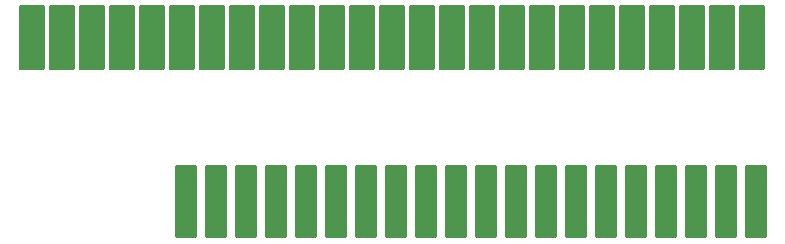
<source format=gbr>
%TF.GenerationSoftware,KiCad,Pcbnew,(5.1.10)-1*%
%TF.CreationDate,2022-06-29T17:52:34+09:00*%
%TF.ProjectId,DUB_with_Tono(ver1.0),4455425f-7769-4746-985f-546f6e6f2876,rev?*%
%TF.SameCoordinates,Original*%
%TF.FileFunction,Soldermask,Bot*%
%TF.FilePolarity,Negative*%
%FSLAX46Y46*%
G04 Gerber Fmt 4.6, Leading zero omitted, Abs format (unit mm)*
G04 Created by KiCad (PCBNEW (5.1.10)-1) date 2022-06-29 17:52:34*
%MOMM*%
%LPD*%
G01*
G04 APERTURE LIST*
G04 APERTURE END LIST*
%TO.C,DUB1*%
G36*
G01*
X116739500Y-100528600D02*
X116739500Y-95228600D01*
G75*
G02*
X116841100Y-95127000I101600J0D01*
G01*
X118841100Y-95127000D01*
G75*
G02*
X118942700Y-95228600I0J-101600D01*
G01*
X118942700Y-100528600D01*
G75*
G02*
X118841100Y-100630200I-101600J0D01*
G01*
X116841100Y-100630200D01*
G75*
G02*
X116739500Y-100528600I0J101600D01*
G01*
G37*
G36*
G01*
X119279500Y-100528600D02*
X119279500Y-95228600D01*
G75*
G02*
X119381100Y-95127000I101600J0D01*
G01*
X121381100Y-95127000D01*
G75*
G02*
X121482700Y-95228600I0J-101600D01*
G01*
X121482700Y-100528600D01*
G75*
G02*
X121381100Y-100630200I-101600J0D01*
G01*
X119381100Y-100630200D01*
G75*
G02*
X119279500Y-100528600I0J101600D01*
G01*
G37*
G36*
G01*
X121819500Y-100528600D02*
X121819500Y-95228600D01*
G75*
G02*
X121921100Y-95127000I101600J0D01*
G01*
X123921100Y-95127000D01*
G75*
G02*
X124022700Y-95228600I0J-101600D01*
G01*
X124022700Y-100528600D01*
G75*
G02*
X123921100Y-100630200I-101600J0D01*
G01*
X121921100Y-100630200D01*
G75*
G02*
X121819500Y-100528600I0J101600D01*
G01*
G37*
G36*
G01*
X124359500Y-100528600D02*
X124359500Y-95228600D01*
G75*
G02*
X124461100Y-95127000I101600J0D01*
G01*
X126461100Y-95127000D01*
G75*
G02*
X126562700Y-95228600I0J-101600D01*
G01*
X126562700Y-100528600D01*
G75*
G02*
X126461100Y-100630200I-101600J0D01*
G01*
X124461100Y-100630200D01*
G75*
G02*
X124359500Y-100528600I0J101600D01*
G01*
G37*
G36*
G01*
X126899500Y-100528600D02*
X126899500Y-95228600D01*
G75*
G02*
X127001100Y-95127000I101600J0D01*
G01*
X129001100Y-95127000D01*
G75*
G02*
X129102700Y-95228600I0J-101600D01*
G01*
X129102700Y-100528600D01*
G75*
G02*
X129001100Y-100630200I-101600J0D01*
G01*
X127001100Y-100630200D01*
G75*
G02*
X126899500Y-100528600I0J101600D01*
G01*
G37*
G36*
G01*
X129439500Y-100528600D02*
X129439500Y-95228600D01*
G75*
G02*
X129541100Y-95127000I101600J0D01*
G01*
X131541100Y-95127000D01*
G75*
G02*
X131642700Y-95228600I0J-101600D01*
G01*
X131642700Y-100528600D01*
G75*
G02*
X131541100Y-100630200I-101600J0D01*
G01*
X129541100Y-100630200D01*
G75*
G02*
X129439500Y-100528600I0J101600D01*
G01*
G37*
G36*
G01*
X131979500Y-100528600D02*
X131979500Y-95228600D01*
G75*
G02*
X132081100Y-95127000I101600J0D01*
G01*
X134081100Y-95127000D01*
G75*
G02*
X134182700Y-95228600I0J-101600D01*
G01*
X134182700Y-100528600D01*
G75*
G02*
X134081100Y-100630200I-101600J0D01*
G01*
X132081100Y-100630200D01*
G75*
G02*
X131979500Y-100528600I0J101600D01*
G01*
G37*
G36*
G01*
X134519500Y-100528600D02*
X134519500Y-95228600D01*
G75*
G02*
X134621100Y-95127000I101600J0D01*
G01*
X136621100Y-95127000D01*
G75*
G02*
X136722700Y-95228600I0J-101600D01*
G01*
X136722700Y-100528600D01*
G75*
G02*
X136621100Y-100630200I-101600J0D01*
G01*
X134621100Y-100630200D01*
G75*
G02*
X134519500Y-100528600I0J101600D01*
G01*
G37*
G36*
G01*
X137059500Y-100528600D02*
X137059500Y-95228600D01*
G75*
G02*
X137161100Y-95127000I101600J0D01*
G01*
X139161100Y-95127000D01*
G75*
G02*
X139262700Y-95228600I0J-101600D01*
G01*
X139262700Y-100528600D01*
G75*
G02*
X139161100Y-100630200I-101600J0D01*
G01*
X137161100Y-100630200D01*
G75*
G02*
X137059500Y-100528600I0J101600D01*
G01*
G37*
G36*
G01*
X139599500Y-100528600D02*
X139599500Y-95228600D01*
G75*
G02*
X139701100Y-95127000I101600J0D01*
G01*
X141701100Y-95127000D01*
G75*
G02*
X141802700Y-95228600I0J-101600D01*
G01*
X141802700Y-100528600D01*
G75*
G02*
X141701100Y-100630200I-101600J0D01*
G01*
X139701100Y-100630200D01*
G75*
G02*
X139599500Y-100528600I0J101600D01*
G01*
G37*
G36*
G01*
X142139500Y-100528600D02*
X142139500Y-95228600D01*
G75*
G02*
X142241100Y-95127000I101600J0D01*
G01*
X144241100Y-95127000D01*
G75*
G02*
X144342700Y-95228600I0J-101600D01*
G01*
X144342700Y-100528600D01*
G75*
G02*
X144241100Y-100630200I-101600J0D01*
G01*
X142241100Y-100630200D01*
G75*
G02*
X142139500Y-100528600I0J101600D01*
G01*
G37*
G36*
G01*
X144679500Y-100528600D02*
X144679500Y-95228600D01*
G75*
G02*
X144781100Y-95127000I101600J0D01*
G01*
X146781100Y-95127000D01*
G75*
G02*
X146882700Y-95228600I0J-101600D01*
G01*
X146882700Y-100528600D01*
G75*
G02*
X146781100Y-100630200I-101600J0D01*
G01*
X144781100Y-100630200D01*
G75*
G02*
X144679500Y-100528600I0J101600D01*
G01*
G37*
G36*
G01*
X147219500Y-100528600D02*
X147219500Y-95228600D01*
G75*
G02*
X147321100Y-95127000I101600J0D01*
G01*
X149321100Y-95127000D01*
G75*
G02*
X149422700Y-95228600I0J-101600D01*
G01*
X149422700Y-100528600D01*
G75*
G02*
X149321100Y-100630200I-101600J0D01*
G01*
X147321100Y-100630200D01*
G75*
G02*
X147219500Y-100528600I0J101600D01*
G01*
G37*
G36*
G01*
X149759500Y-100528600D02*
X149759500Y-95228600D01*
G75*
G02*
X149861100Y-95127000I101600J0D01*
G01*
X151861100Y-95127000D01*
G75*
G02*
X151962700Y-95228600I0J-101600D01*
G01*
X151962700Y-100528600D01*
G75*
G02*
X151861100Y-100630200I-101600J0D01*
G01*
X149861100Y-100630200D01*
G75*
G02*
X149759500Y-100528600I0J101600D01*
G01*
G37*
G36*
G01*
X152299500Y-100528600D02*
X152299500Y-95228600D01*
G75*
G02*
X152401100Y-95127000I101600J0D01*
G01*
X154401100Y-95127000D01*
G75*
G02*
X154502700Y-95228600I0J-101600D01*
G01*
X154502700Y-100528600D01*
G75*
G02*
X154401100Y-100630200I-101600J0D01*
G01*
X152401100Y-100630200D01*
G75*
G02*
X152299500Y-100528600I0J101600D01*
G01*
G37*
G36*
G01*
X154839500Y-100528600D02*
X154839500Y-95228600D01*
G75*
G02*
X154941100Y-95127000I101600J0D01*
G01*
X156941100Y-95127000D01*
G75*
G02*
X157042700Y-95228600I0J-101600D01*
G01*
X157042700Y-100528600D01*
G75*
G02*
X156941100Y-100630200I-101600J0D01*
G01*
X154941100Y-100630200D01*
G75*
G02*
X154839500Y-100528600I0J101600D01*
G01*
G37*
G36*
G01*
X157379500Y-100528600D02*
X157379500Y-95228600D01*
G75*
G02*
X157481100Y-95127000I101600J0D01*
G01*
X159481100Y-95127000D01*
G75*
G02*
X159582700Y-95228600I0J-101600D01*
G01*
X159582700Y-100528600D01*
G75*
G02*
X159481100Y-100630200I-101600J0D01*
G01*
X157481100Y-100630200D01*
G75*
G02*
X157379500Y-100528600I0J101600D01*
G01*
G37*
G36*
G01*
X159919500Y-100528600D02*
X159919500Y-95228600D01*
G75*
G02*
X160021100Y-95127000I101600J0D01*
G01*
X162021100Y-95127000D01*
G75*
G02*
X162122700Y-95228600I0J-101600D01*
G01*
X162122700Y-100528600D01*
G75*
G02*
X162021100Y-100630200I-101600J0D01*
G01*
X160021100Y-100630200D01*
G75*
G02*
X159919500Y-100528600I0J101600D01*
G01*
G37*
G36*
G01*
X162459500Y-100528600D02*
X162459500Y-95228600D01*
G75*
G02*
X162561100Y-95127000I101600J0D01*
G01*
X164561100Y-95127000D01*
G75*
G02*
X164662700Y-95228600I0J-101600D01*
G01*
X164662700Y-100528600D01*
G75*
G02*
X164561100Y-100630200I-101600J0D01*
G01*
X162561100Y-100630200D01*
G75*
G02*
X162459500Y-100528600I0J101600D01*
G01*
G37*
G36*
G01*
X164999500Y-100528600D02*
X164999500Y-95228600D01*
G75*
G02*
X165101100Y-95127000I101600J0D01*
G01*
X167101100Y-95127000D01*
G75*
G02*
X167202700Y-95228600I0J-101600D01*
G01*
X167202700Y-100528600D01*
G75*
G02*
X167101100Y-100630200I-101600J0D01*
G01*
X165101100Y-100630200D01*
G75*
G02*
X164999500Y-100528600I0J101600D01*
G01*
G37*
G36*
G01*
X167539500Y-100528600D02*
X167539500Y-95228600D01*
G75*
G02*
X167641100Y-95127000I101600J0D01*
G01*
X169641100Y-95127000D01*
G75*
G02*
X169742700Y-95228600I0J-101600D01*
G01*
X169742700Y-100528600D01*
G75*
G02*
X169641100Y-100630200I-101600J0D01*
G01*
X167641100Y-100630200D01*
G75*
G02*
X167539500Y-100528600I0J101600D01*
G01*
G37*
G36*
G01*
X170079500Y-100528600D02*
X170079500Y-95228600D01*
G75*
G02*
X170181100Y-95127000I101600J0D01*
G01*
X172181100Y-95127000D01*
G75*
G02*
X172282700Y-95228600I0J-101600D01*
G01*
X172282700Y-100528600D01*
G75*
G02*
X172181100Y-100630200I-101600J0D01*
G01*
X170181100Y-100630200D01*
G75*
G02*
X170079500Y-100528600I0J101600D01*
G01*
G37*
G36*
G01*
X172619500Y-100528600D02*
X172619500Y-95228600D01*
G75*
G02*
X172721100Y-95127000I101600J0D01*
G01*
X174721100Y-95127000D01*
G75*
G02*
X174822700Y-95228600I0J-101600D01*
G01*
X174822700Y-100528600D01*
G75*
G02*
X174721100Y-100630200I-101600J0D01*
G01*
X172721100Y-100630200D01*
G75*
G02*
X172619500Y-100528600I0J101600D01*
G01*
G37*
G36*
G01*
X175159500Y-100528600D02*
X175159500Y-95228600D01*
G75*
G02*
X175261100Y-95127000I101600J0D01*
G01*
X177261100Y-95127000D01*
G75*
G02*
X177362700Y-95228600I0J-101600D01*
G01*
X177362700Y-100528600D01*
G75*
G02*
X177261100Y-100630200I-101600J0D01*
G01*
X175261100Y-100630200D01*
G75*
G02*
X175159500Y-100528600I0J101600D01*
G01*
G37*
G36*
G01*
X177699500Y-100528600D02*
X177699500Y-95228600D01*
G75*
G02*
X177801100Y-95127000I101600J0D01*
G01*
X179801100Y-95127000D01*
G75*
G02*
X179902700Y-95228600I0J-101600D01*
G01*
X179902700Y-100528600D01*
G75*
G02*
X179801100Y-100630200I-101600J0D01*
G01*
X177801100Y-100630200D01*
G75*
G02*
X177699500Y-100528600I0J101600D01*
G01*
G37*
%TD*%
%TO.C,\u9060\u91CE1*%
G36*
G01*
X129971800Y-114734600D02*
X129971800Y-108734600D01*
G75*
G02*
X130073400Y-108633000I101600J0D01*
G01*
X131724400Y-108633000D01*
G75*
G02*
X131826000Y-108734600I0J-101600D01*
G01*
X131826000Y-114734600D01*
G75*
G02*
X131724400Y-114836200I-101600J0D01*
G01*
X130073400Y-114836200D01*
G75*
G02*
X129971800Y-114734600I0J101600D01*
G01*
G37*
G36*
G01*
X132511800Y-114734600D02*
X132511800Y-108734600D01*
G75*
G02*
X132613400Y-108633000I101600J0D01*
G01*
X134264400Y-108633000D01*
G75*
G02*
X134366000Y-108734600I0J-101600D01*
G01*
X134366000Y-114734600D01*
G75*
G02*
X134264400Y-114836200I-101600J0D01*
G01*
X132613400Y-114836200D01*
G75*
G02*
X132511800Y-114734600I0J101600D01*
G01*
G37*
G36*
G01*
X135051800Y-114734600D02*
X135051800Y-108734600D01*
G75*
G02*
X135153400Y-108633000I101600J0D01*
G01*
X136804400Y-108633000D01*
G75*
G02*
X136906000Y-108734600I0J-101600D01*
G01*
X136906000Y-114734600D01*
G75*
G02*
X136804400Y-114836200I-101600J0D01*
G01*
X135153400Y-114836200D01*
G75*
G02*
X135051800Y-114734600I0J101600D01*
G01*
G37*
G36*
G01*
X137591800Y-114734600D02*
X137591800Y-108734600D01*
G75*
G02*
X137693400Y-108633000I101600J0D01*
G01*
X139344400Y-108633000D01*
G75*
G02*
X139446000Y-108734600I0J-101600D01*
G01*
X139446000Y-114734600D01*
G75*
G02*
X139344400Y-114836200I-101600J0D01*
G01*
X137693400Y-114836200D01*
G75*
G02*
X137591800Y-114734600I0J101600D01*
G01*
G37*
G36*
G01*
X140131800Y-114734600D02*
X140131800Y-108734600D01*
G75*
G02*
X140233400Y-108633000I101600J0D01*
G01*
X141884400Y-108633000D01*
G75*
G02*
X141986000Y-108734600I0J-101600D01*
G01*
X141986000Y-114734600D01*
G75*
G02*
X141884400Y-114836200I-101600J0D01*
G01*
X140233400Y-114836200D01*
G75*
G02*
X140131800Y-114734600I0J101600D01*
G01*
G37*
G36*
G01*
X142671800Y-114734600D02*
X142671800Y-108734600D01*
G75*
G02*
X142773400Y-108633000I101600J0D01*
G01*
X144424400Y-108633000D01*
G75*
G02*
X144526000Y-108734600I0J-101600D01*
G01*
X144526000Y-114734600D01*
G75*
G02*
X144424400Y-114836200I-101600J0D01*
G01*
X142773400Y-114836200D01*
G75*
G02*
X142671800Y-114734600I0J101600D01*
G01*
G37*
G36*
G01*
X145211800Y-114734600D02*
X145211800Y-108734600D01*
G75*
G02*
X145313400Y-108633000I101600J0D01*
G01*
X146964400Y-108633000D01*
G75*
G02*
X147066000Y-108734600I0J-101600D01*
G01*
X147066000Y-114734600D01*
G75*
G02*
X146964400Y-114836200I-101600J0D01*
G01*
X145313400Y-114836200D01*
G75*
G02*
X145211800Y-114734600I0J101600D01*
G01*
G37*
G36*
G01*
X147751800Y-114734600D02*
X147751800Y-108734600D01*
G75*
G02*
X147853400Y-108633000I101600J0D01*
G01*
X149504400Y-108633000D01*
G75*
G02*
X149606000Y-108734600I0J-101600D01*
G01*
X149606000Y-114734600D01*
G75*
G02*
X149504400Y-114836200I-101600J0D01*
G01*
X147853400Y-114836200D01*
G75*
G02*
X147751800Y-114734600I0J101600D01*
G01*
G37*
G36*
G01*
X150291800Y-114734600D02*
X150291800Y-108734600D01*
G75*
G02*
X150393400Y-108633000I101600J0D01*
G01*
X152044400Y-108633000D01*
G75*
G02*
X152146000Y-108734600I0J-101600D01*
G01*
X152146000Y-114734600D01*
G75*
G02*
X152044400Y-114836200I-101600J0D01*
G01*
X150393400Y-114836200D01*
G75*
G02*
X150291800Y-114734600I0J101600D01*
G01*
G37*
G36*
G01*
X152831800Y-114734600D02*
X152831800Y-108734600D01*
G75*
G02*
X152933400Y-108633000I101600J0D01*
G01*
X154584400Y-108633000D01*
G75*
G02*
X154686000Y-108734600I0J-101600D01*
G01*
X154686000Y-114734600D01*
G75*
G02*
X154584400Y-114836200I-101600J0D01*
G01*
X152933400Y-114836200D01*
G75*
G02*
X152831800Y-114734600I0J101600D01*
G01*
G37*
G36*
G01*
X155371800Y-114734600D02*
X155371800Y-108734600D01*
G75*
G02*
X155473400Y-108633000I101600J0D01*
G01*
X157124400Y-108633000D01*
G75*
G02*
X157226000Y-108734600I0J-101600D01*
G01*
X157226000Y-114734600D01*
G75*
G02*
X157124400Y-114836200I-101600J0D01*
G01*
X155473400Y-114836200D01*
G75*
G02*
X155371800Y-114734600I0J101600D01*
G01*
G37*
G36*
G01*
X157911800Y-114734600D02*
X157911800Y-108734600D01*
G75*
G02*
X158013400Y-108633000I101600J0D01*
G01*
X159664400Y-108633000D01*
G75*
G02*
X159766000Y-108734600I0J-101600D01*
G01*
X159766000Y-114734600D01*
G75*
G02*
X159664400Y-114836200I-101600J0D01*
G01*
X158013400Y-114836200D01*
G75*
G02*
X157911800Y-114734600I0J101600D01*
G01*
G37*
G36*
G01*
X160451800Y-114734600D02*
X160451800Y-108734600D01*
G75*
G02*
X160553400Y-108633000I101600J0D01*
G01*
X162204400Y-108633000D01*
G75*
G02*
X162306000Y-108734600I0J-101600D01*
G01*
X162306000Y-114734600D01*
G75*
G02*
X162204400Y-114836200I-101600J0D01*
G01*
X160553400Y-114836200D01*
G75*
G02*
X160451800Y-114734600I0J101600D01*
G01*
G37*
G36*
G01*
X162991800Y-114734600D02*
X162991800Y-108734600D01*
G75*
G02*
X163093400Y-108633000I101600J0D01*
G01*
X164744400Y-108633000D01*
G75*
G02*
X164846000Y-108734600I0J-101600D01*
G01*
X164846000Y-114734600D01*
G75*
G02*
X164744400Y-114836200I-101600J0D01*
G01*
X163093400Y-114836200D01*
G75*
G02*
X162991800Y-114734600I0J101600D01*
G01*
G37*
G36*
G01*
X165531800Y-114734600D02*
X165531800Y-108734600D01*
G75*
G02*
X165633400Y-108633000I101600J0D01*
G01*
X167284400Y-108633000D01*
G75*
G02*
X167386000Y-108734600I0J-101600D01*
G01*
X167386000Y-114734600D01*
G75*
G02*
X167284400Y-114836200I-101600J0D01*
G01*
X165633400Y-114836200D01*
G75*
G02*
X165531800Y-114734600I0J101600D01*
G01*
G37*
G36*
G01*
X168071800Y-114734600D02*
X168071800Y-108734600D01*
G75*
G02*
X168173400Y-108633000I101600J0D01*
G01*
X169824400Y-108633000D01*
G75*
G02*
X169926000Y-108734600I0J-101600D01*
G01*
X169926000Y-114734600D01*
G75*
G02*
X169824400Y-114836200I-101600J0D01*
G01*
X168173400Y-114836200D01*
G75*
G02*
X168071800Y-114734600I0J101600D01*
G01*
G37*
G36*
G01*
X170611800Y-114734600D02*
X170611800Y-108734600D01*
G75*
G02*
X170713400Y-108633000I101600J0D01*
G01*
X172364400Y-108633000D01*
G75*
G02*
X172466000Y-108734600I0J-101600D01*
G01*
X172466000Y-114734600D01*
G75*
G02*
X172364400Y-114836200I-101600J0D01*
G01*
X170713400Y-114836200D01*
G75*
G02*
X170611800Y-114734600I0J101600D01*
G01*
G37*
G36*
G01*
X173151800Y-114734600D02*
X173151800Y-108734600D01*
G75*
G02*
X173253400Y-108633000I101600J0D01*
G01*
X174904400Y-108633000D01*
G75*
G02*
X175006000Y-108734600I0J-101600D01*
G01*
X175006000Y-114734600D01*
G75*
G02*
X174904400Y-114836200I-101600J0D01*
G01*
X173253400Y-114836200D01*
G75*
G02*
X173151800Y-114734600I0J101600D01*
G01*
G37*
G36*
G01*
X175691800Y-114734600D02*
X175691800Y-108734600D01*
G75*
G02*
X175793400Y-108633000I101600J0D01*
G01*
X177444400Y-108633000D01*
G75*
G02*
X177546000Y-108734600I0J-101600D01*
G01*
X177546000Y-114734600D01*
G75*
G02*
X177444400Y-114836200I-101600J0D01*
G01*
X175793400Y-114836200D01*
G75*
G02*
X175691800Y-114734600I0J101600D01*
G01*
G37*
G36*
G01*
X178231800Y-114734600D02*
X178231800Y-108734600D01*
G75*
G02*
X178333400Y-108633000I101600J0D01*
G01*
X179984400Y-108633000D01*
G75*
G02*
X180086000Y-108734600I0J-101600D01*
G01*
X180086000Y-114734600D01*
G75*
G02*
X179984400Y-114836200I-101600J0D01*
G01*
X178333400Y-114836200D01*
G75*
G02*
X178231800Y-114734600I0J101600D01*
G01*
G37*
%TD*%
M02*

</source>
